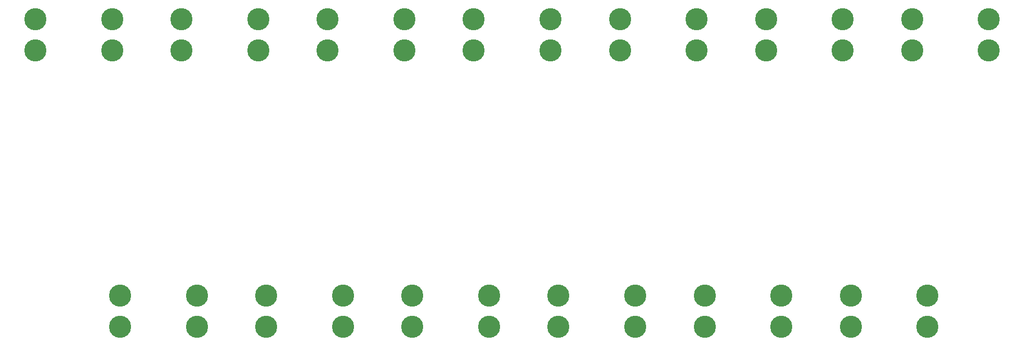
<source format=gts>
G04 Layer: TopSolderMaskLayer*
G04 EasyEDA v6.5.22, 2024-08-28 16:03:03*
G04 922126ed66404cc7a2e17ea7cb8ccf87,fc1e3732016e4acc899c86b879ae2791,10*
G04 Gerber Generator version 0.2*
G04 Scale: 100 percent, Rotated: No, Reflected: No *
G04 Dimensions in millimeters *
G04 leading zeros omitted , absolute positions ,4 integer and 5 decimal *
%FSLAX45Y45*%
%MOMM*%

%ADD10C,3.6016*%

%LPD*%
D10*
G01*
X4425035Y5145963D03*
G01*
X3174847Y5145963D03*
G01*
X4425035Y5653963D03*
G01*
X3174847Y5653963D03*
G01*
X2045055Y5145963D03*
G01*
X794867Y5145963D03*
G01*
X2045055Y5653963D03*
G01*
X794867Y5653963D03*
G01*
X15325191Y646099D03*
G01*
X14075003Y646099D03*
G01*
X15325191Y1154099D03*
G01*
X14075003Y1154099D03*
G01*
X12944957Y646099D03*
G01*
X11694769Y646099D03*
G01*
X12944957Y1154099D03*
G01*
X11694769Y1154099D03*
G01*
X10564977Y646099D03*
G01*
X9314789Y646099D03*
G01*
X10564977Y1154099D03*
G01*
X9314789Y1154099D03*
G01*
X8184997Y646099D03*
G01*
X6934809Y646099D03*
G01*
X8184997Y1154099D03*
G01*
X6934809Y1154099D03*
G01*
X5805017Y646099D03*
G01*
X4554829Y646099D03*
G01*
X5805017Y1154099D03*
G01*
X4554829Y1154099D03*
G01*
X3425037Y646099D03*
G01*
X2174849Y646099D03*
G01*
X3425037Y1154099D03*
G01*
X2174849Y1154099D03*
G01*
X15075001Y5653963D03*
G01*
X16325189Y5653963D03*
G01*
X15075001Y5145963D03*
G01*
X16325189Y5145963D03*
G01*
X12694767Y5653963D03*
G01*
X13944955Y5653963D03*
G01*
X12694767Y5145963D03*
G01*
X13944955Y5145963D03*
G01*
X10314787Y5653963D03*
G01*
X11564975Y5653963D03*
G01*
X10314787Y5145963D03*
G01*
X11564975Y5145963D03*
G01*
X5554827Y5653963D03*
G01*
X6805015Y5653963D03*
G01*
X5554827Y5145963D03*
G01*
X6805015Y5145963D03*
G01*
X7934807Y5653963D03*
G01*
X9184995Y5653963D03*
G01*
X7934807Y5145963D03*
G01*
X9184995Y5145963D03*
M02*

</source>
